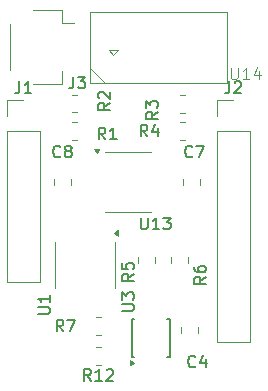
<source format=gbr>
%TF.GenerationSoftware,KiCad,Pcbnew,9.0.3*%
%TF.CreationDate,2025-12-07T20:29:13-06:00*%
%TF.ProjectId,IsolatedADSBoard,49736f6c-6174-4656-9441-4453426f6172,rev?*%
%TF.SameCoordinates,Original*%
%TF.FileFunction,Legend,Top*%
%TF.FilePolarity,Positive*%
%FSLAX46Y46*%
G04 Gerber Fmt 4.6, Leading zero omitted, Abs format (unit mm)*
G04 Created by KiCad (PCBNEW 9.0.3) date 2025-12-07 20:29:13*
%MOMM*%
%LPD*%
G01*
G04 APERTURE LIST*
%ADD10C,0.150000*%
%ADD11C,0.100000*%
%ADD12C,0.120000*%
G04 APERTURE END LIST*
D10*
X130389333Y-70304819D02*
X130056000Y-69828628D01*
X129817905Y-70304819D02*
X129817905Y-69304819D01*
X129817905Y-69304819D02*
X130198857Y-69304819D01*
X130198857Y-69304819D02*
X130294095Y-69352438D01*
X130294095Y-69352438D02*
X130341714Y-69400057D01*
X130341714Y-69400057D02*
X130389333Y-69495295D01*
X130389333Y-69495295D02*
X130389333Y-69638152D01*
X130389333Y-69638152D02*
X130341714Y-69733390D01*
X130341714Y-69733390D02*
X130294095Y-69781009D01*
X130294095Y-69781009D02*
X130198857Y-69828628D01*
X130198857Y-69828628D02*
X129817905Y-69828628D01*
X130722667Y-69304819D02*
X131389333Y-69304819D01*
X131389333Y-69304819D02*
X130960762Y-70304819D01*
X132707142Y-74494819D02*
X132373809Y-74018628D01*
X132135714Y-74494819D02*
X132135714Y-73494819D01*
X132135714Y-73494819D02*
X132516666Y-73494819D01*
X132516666Y-73494819D02*
X132611904Y-73542438D01*
X132611904Y-73542438D02*
X132659523Y-73590057D01*
X132659523Y-73590057D02*
X132707142Y-73685295D01*
X132707142Y-73685295D02*
X132707142Y-73828152D01*
X132707142Y-73828152D02*
X132659523Y-73923390D01*
X132659523Y-73923390D02*
X132611904Y-73971009D01*
X132611904Y-73971009D02*
X132516666Y-74018628D01*
X132516666Y-74018628D02*
X132135714Y-74018628D01*
X133659523Y-74494819D02*
X133088095Y-74494819D01*
X133373809Y-74494819D02*
X133373809Y-73494819D01*
X133373809Y-73494819D02*
X133278571Y-73637676D01*
X133278571Y-73637676D02*
X133183333Y-73732914D01*
X133183333Y-73732914D02*
X133088095Y-73780533D01*
X134040476Y-73590057D02*
X134088095Y-73542438D01*
X134088095Y-73542438D02*
X134183333Y-73494819D01*
X134183333Y-73494819D02*
X134421428Y-73494819D01*
X134421428Y-73494819D02*
X134516666Y-73542438D01*
X134516666Y-73542438D02*
X134564285Y-73590057D01*
X134564285Y-73590057D02*
X134611904Y-73685295D01*
X134611904Y-73685295D02*
X134611904Y-73780533D01*
X134611904Y-73780533D02*
X134564285Y-73923390D01*
X134564285Y-73923390D02*
X133992857Y-74494819D01*
X133992857Y-74494819D02*
X134611904Y-74494819D01*
X135344819Y-68579904D02*
X136154342Y-68579904D01*
X136154342Y-68579904D02*
X136249580Y-68532285D01*
X136249580Y-68532285D02*
X136297200Y-68484666D01*
X136297200Y-68484666D02*
X136344819Y-68389428D01*
X136344819Y-68389428D02*
X136344819Y-68198952D01*
X136344819Y-68198952D02*
X136297200Y-68103714D01*
X136297200Y-68103714D02*
X136249580Y-68056095D01*
X136249580Y-68056095D02*
X136154342Y-68008476D01*
X136154342Y-68008476D02*
X135344819Y-68008476D01*
X135344819Y-67627523D02*
X135344819Y-67008476D01*
X135344819Y-67008476D02*
X135725771Y-67341809D01*
X135725771Y-67341809D02*
X135725771Y-67198952D01*
X135725771Y-67198952D02*
X135773390Y-67103714D01*
X135773390Y-67103714D02*
X135821009Y-67056095D01*
X135821009Y-67056095D02*
X135916247Y-67008476D01*
X135916247Y-67008476D02*
X136154342Y-67008476D01*
X136154342Y-67008476D02*
X136249580Y-67056095D01*
X136249580Y-67056095D02*
X136297200Y-67103714D01*
X136297200Y-67103714D02*
X136344819Y-67198952D01*
X136344819Y-67198952D02*
X136344819Y-67484666D01*
X136344819Y-67484666D02*
X136297200Y-67579904D01*
X136297200Y-67579904D02*
X136249580Y-67627523D01*
D11*
X144557905Y-47971419D02*
X144557905Y-48780942D01*
X144557905Y-48780942D02*
X144605524Y-48876180D01*
X144605524Y-48876180D02*
X144653143Y-48923800D01*
X144653143Y-48923800D02*
X144748381Y-48971419D01*
X144748381Y-48971419D02*
X144938857Y-48971419D01*
X144938857Y-48971419D02*
X145034095Y-48923800D01*
X145034095Y-48923800D02*
X145081714Y-48876180D01*
X145081714Y-48876180D02*
X145129333Y-48780942D01*
X145129333Y-48780942D02*
X145129333Y-47971419D01*
X146129333Y-48971419D02*
X145557905Y-48971419D01*
X145843619Y-48971419D02*
X145843619Y-47971419D01*
X145843619Y-47971419D02*
X145748381Y-48114276D01*
X145748381Y-48114276D02*
X145653143Y-48209514D01*
X145653143Y-48209514D02*
X145557905Y-48257133D01*
X146986476Y-48304752D02*
X146986476Y-48971419D01*
X146748381Y-47923800D02*
X146510286Y-48638085D01*
X146510286Y-48638085D02*
X147129333Y-48638085D01*
D10*
X136937905Y-60668819D02*
X136937905Y-61478342D01*
X136937905Y-61478342D02*
X136985524Y-61573580D01*
X136985524Y-61573580D02*
X137033143Y-61621200D01*
X137033143Y-61621200D02*
X137128381Y-61668819D01*
X137128381Y-61668819D02*
X137318857Y-61668819D01*
X137318857Y-61668819D02*
X137414095Y-61621200D01*
X137414095Y-61621200D02*
X137461714Y-61573580D01*
X137461714Y-61573580D02*
X137509333Y-61478342D01*
X137509333Y-61478342D02*
X137509333Y-60668819D01*
X138509333Y-61668819D02*
X137937905Y-61668819D01*
X138223619Y-61668819D02*
X138223619Y-60668819D01*
X138223619Y-60668819D02*
X138128381Y-60811676D01*
X138128381Y-60811676D02*
X138033143Y-60906914D01*
X138033143Y-60906914D02*
X137937905Y-60954533D01*
X138842667Y-60668819D02*
X139461714Y-60668819D01*
X139461714Y-60668819D02*
X139128381Y-61049771D01*
X139128381Y-61049771D02*
X139271238Y-61049771D01*
X139271238Y-61049771D02*
X139366476Y-61097390D01*
X139366476Y-61097390D02*
X139414095Y-61145009D01*
X139414095Y-61145009D02*
X139461714Y-61240247D01*
X139461714Y-61240247D02*
X139461714Y-61478342D01*
X139461714Y-61478342D02*
X139414095Y-61573580D01*
X139414095Y-61573580D02*
X139366476Y-61621200D01*
X139366476Y-61621200D02*
X139271238Y-61668819D01*
X139271238Y-61668819D02*
X138985524Y-61668819D01*
X138985524Y-61668819D02*
X138890286Y-61621200D01*
X138890286Y-61621200D02*
X138842667Y-61573580D01*
X130135333Y-55477580D02*
X130087714Y-55525200D01*
X130087714Y-55525200D02*
X129944857Y-55572819D01*
X129944857Y-55572819D02*
X129849619Y-55572819D01*
X129849619Y-55572819D02*
X129706762Y-55525200D01*
X129706762Y-55525200D02*
X129611524Y-55429961D01*
X129611524Y-55429961D02*
X129563905Y-55334723D01*
X129563905Y-55334723D02*
X129516286Y-55144247D01*
X129516286Y-55144247D02*
X129516286Y-55001390D01*
X129516286Y-55001390D02*
X129563905Y-54810914D01*
X129563905Y-54810914D02*
X129611524Y-54715676D01*
X129611524Y-54715676D02*
X129706762Y-54620438D01*
X129706762Y-54620438D02*
X129849619Y-54572819D01*
X129849619Y-54572819D02*
X129944857Y-54572819D01*
X129944857Y-54572819D02*
X130087714Y-54620438D01*
X130087714Y-54620438D02*
X130135333Y-54668057D01*
X130706762Y-55001390D02*
X130611524Y-54953771D01*
X130611524Y-54953771D02*
X130563905Y-54906152D01*
X130563905Y-54906152D02*
X130516286Y-54810914D01*
X130516286Y-54810914D02*
X130516286Y-54763295D01*
X130516286Y-54763295D02*
X130563905Y-54668057D01*
X130563905Y-54668057D02*
X130611524Y-54620438D01*
X130611524Y-54620438D02*
X130706762Y-54572819D01*
X130706762Y-54572819D02*
X130897238Y-54572819D01*
X130897238Y-54572819D02*
X130992476Y-54620438D01*
X130992476Y-54620438D02*
X131040095Y-54668057D01*
X131040095Y-54668057D02*
X131087714Y-54763295D01*
X131087714Y-54763295D02*
X131087714Y-54810914D01*
X131087714Y-54810914D02*
X131040095Y-54906152D01*
X131040095Y-54906152D02*
X130992476Y-54953771D01*
X130992476Y-54953771D02*
X130897238Y-55001390D01*
X130897238Y-55001390D02*
X130706762Y-55001390D01*
X130706762Y-55001390D02*
X130611524Y-55049009D01*
X130611524Y-55049009D02*
X130563905Y-55096628D01*
X130563905Y-55096628D02*
X130516286Y-55191866D01*
X130516286Y-55191866D02*
X130516286Y-55382342D01*
X130516286Y-55382342D02*
X130563905Y-55477580D01*
X130563905Y-55477580D02*
X130611524Y-55525200D01*
X130611524Y-55525200D02*
X130706762Y-55572819D01*
X130706762Y-55572819D02*
X130897238Y-55572819D01*
X130897238Y-55572819D02*
X130992476Y-55525200D01*
X130992476Y-55525200D02*
X131040095Y-55477580D01*
X131040095Y-55477580D02*
X131087714Y-55382342D01*
X131087714Y-55382342D02*
X131087714Y-55191866D01*
X131087714Y-55191866D02*
X131040095Y-55096628D01*
X131040095Y-55096628D02*
X130992476Y-55049009D01*
X130992476Y-55049009D02*
X130897238Y-55001390D01*
X144446666Y-49144819D02*
X144446666Y-49859104D01*
X144446666Y-49859104D02*
X144399047Y-50001961D01*
X144399047Y-50001961D02*
X144303809Y-50097200D01*
X144303809Y-50097200D02*
X144160952Y-50144819D01*
X144160952Y-50144819D02*
X144065714Y-50144819D01*
X144875238Y-49240057D02*
X144922857Y-49192438D01*
X144922857Y-49192438D02*
X145018095Y-49144819D01*
X145018095Y-49144819D02*
X145256190Y-49144819D01*
X145256190Y-49144819D02*
X145351428Y-49192438D01*
X145351428Y-49192438D02*
X145399047Y-49240057D01*
X145399047Y-49240057D02*
X145446666Y-49335295D01*
X145446666Y-49335295D02*
X145446666Y-49430533D01*
X145446666Y-49430533D02*
X145399047Y-49573390D01*
X145399047Y-49573390D02*
X144827619Y-50144819D01*
X144827619Y-50144819D02*
X145446666Y-50144819D01*
X141311333Y-55477580D02*
X141263714Y-55525200D01*
X141263714Y-55525200D02*
X141120857Y-55572819D01*
X141120857Y-55572819D02*
X141025619Y-55572819D01*
X141025619Y-55572819D02*
X140882762Y-55525200D01*
X140882762Y-55525200D02*
X140787524Y-55429961D01*
X140787524Y-55429961D02*
X140739905Y-55334723D01*
X140739905Y-55334723D02*
X140692286Y-55144247D01*
X140692286Y-55144247D02*
X140692286Y-55001390D01*
X140692286Y-55001390D02*
X140739905Y-54810914D01*
X140739905Y-54810914D02*
X140787524Y-54715676D01*
X140787524Y-54715676D02*
X140882762Y-54620438D01*
X140882762Y-54620438D02*
X141025619Y-54572819D01*
X141025619Y-54572819D02*
X141120857Y-54572819D01*
X141120857Y-54572819D02*
X141263714Y-54620438D01*
X141263714Y-54620438D02*
X141311333Y-54668057D01*
X141644667Y-54572819D02*
X142311333Y-54572819D01*
X142311333Y-54572819D02*
X141882762Y-55572819D01*
X131238666Y-48730819D02*
X131238666Y-49445104D01*
X131238666Y-49445104D02*
X131191047Y-49587961D01*
X131191047Y-49587961D02*
X131095809Y-49683200D01*
X131095809Y-49683200D02*
X130952952Y-49730819D01*
X130952952Y-49730819D02*
X130857714Y-49730819D01*
X131619619Y-48730819D02*
X132238666Y-48730819D01*
X132238666Y-48730819D02*
X131905333Y-49111771D01*
X131905333Y-49111771D02*
X132048190Y-49111771D01*
X132048190Y-49111771D02*
X132143428Y-49159390D01*
X132143428Y-49159390D02*
X132191047Y-49207009D01*
X132191047Y-49207009D02*
X132238666Y-49302247D01*
X132238666Y-49302247D02*
X132238666Y-49540342D01*
X132238666Y-49540342D02*
X132191047Y-49635580D01*
X132191047Y-49635580D02*
X132143428Y-49683200D01*
X132143428Y-49683200D02*
X132048190Y-49730819D01*
X132048190Y-49730819D02*
X131762476Y-49730819D01*
X131762476Y-49730819D02*
X131667238Y-49683200D01*
X131667238Y-49683200D02*
X131619619Y-49635580D01*
X141565333Y-73257580D02*
X141517714Y-73305200D01*
X141517714Y-73305200D02*
X141374857Y-73352819D01*
X141374857Y-73352819D02*
X141279619Y-73352819D01*
X141279619Y-73352819D02*
X141136762Y-73305200D01*
X141136762Y-73305200D02*
X141041524Y-73209961D01*
X141041524Y-73209961D02*
X140993905Y-73114723D01*
X140993905Y-73114723D02*
X140946286Y-72924247D01*
X140946286Y-72924247D02*
X140946286Y-72781390D01*
X140946286Y-72781390D02*
X140993905Y-72590914D01*
X140993905Y-72590914D02*
X141041524Y-72495676D01*
X141041524Y-72495676D02*
X141136762Y-72400438D01*
X141136762Y-72400438D02*
X141279619Y-72352819D01*
X141279619Y-72352819D02*
X141374857Y-72352819D01*
X141374857Y-72352819D02*
X141517714Y-72400438D01*
X141517714Y-72400438D02*
X141565333Y-72448057D01*
X142422476Y-72686152D02*
X142422476Y-73352819D01*
X142184381Y-72305200D02*
X141946286Y-73019485D01*
X141946286Y-73019485D02*
X142565333Y-73019485D01*
X133945333Y-54048819D02*
X133612000Y-53572628D01*
X133373905Y-54048819D02*
X133373905Y-53048819D01*
X133373905Y-53048819D02*
X133754857Y-53048819D01*
X133754857Y-53048819D02*
X133850095Y-53096438D01*
X133850095Y-53096438D02*
X133897714Y-53144057D01*
X133897714Y-53144057D02*
X133945333Y-53239295D01*
X133945333Y-53239295D02*
X133945333Y-53382152D01*
X133945333Y-53382152D02*
X133897714Y-53477390D01*
X133897714Y-53477390D02*
X133850095Y-53525009D01*
X133850095Y-53525009D02*
X133754857Y-53572628D01*
X133754857Y-53572628D02*
X133373905Y-53572628D01*
X134897714Y-54048819D02*
X134326286Y-54048819D01*
X134612000Y-54048819D02*
X134612000Y-53048819D01*
X134612000Y-53048819D02*
X134516762Y-53191676D01*
X134516762Y-53191676D02*
X134421524Y-53286914D01*
X134421524Y-53286914D02*
X134326286Y-53334533D01*
X138376819Y-51728666D02*
X137900628Y-52061999D01*
X138376819Y-52300094D02*
X137376819Y-52300094D01*
X137376819Y-52300094D02*
X137376819Y-51919142D01*
X137376819Y-51919142D02*
X137424438Y-51823904D01*
X137424438Y-51823904D02*
X137472057Y-51776285D01*
X137472057Y-51776285D02*
X137567295Y-51728666D01*
X137567295Y-51728666D02*
X137710152Y-51728666D01*
X137710152Y-51728666D02*
X137805390Y-51776285D01*
X137805390Y-51776285D02*
X137853009Y-51823904D01*
X137853009Y-51823904D02*
X137900628Y-51919142D01*
X137900628Y-51919142D02*
X137900628Y-52300094D01*
X137376819Y-51395332D02*
X137376819Y-50776285D01*
X137376819Y-50776285D02*
X137757771Y-51109618D01*
X137757771Y-51109618D02*
X137757771Y-50966761D01*
X137757771Y-50966761D02*
X137805390Y-50871523D01*
X137805390Y-50871523D02*
X137853009Y-50823904D01*
X137853009Y-50823904D02*
X137948247Y-50776285D01*
X137948247Y-50776285D02*
X138186342Y-50776285D01*
X138186342Y-50776285D02*
X138281580Y-50823904D01*
X138281580Y-50823904D02*
X138329200Y-50871523D01*
X138329200Y-50871523D02*
X138376819Y-50966761D01*
X138376819Y-50966761D02*
X138376819Y-51252475D01*
X138376819Y-51252475D02*
X138329200Y-51347713D01*
X138329200Y-51347713D02*
X138281580Y-51395332D01*
X142440819Y-65698666D02*
X141964628Y-66031999D01*
X142440819Y-66270094D02*
X141440819Y-66270094D01*
X141440819Y-66270094D02*
X141440819Y-65889142D01*
X141440819Y-65889142D02*
X141488438Y-65793904D01*
X141488438Y-65793904D02*
X141536057Y-65746285D01*
X141536057Y-65746285D02*
X141631295Y-65698666D01*
X141631295Y-65698666D02*
X141774152Y-65698666D01*
X141774152Y-65698666D02*
X141869390Y-65746285D01*
X141869390Y-65746285D02*
X141917009Y-65793904D01*
X141917009Y-65793904D02*
X141964628Y-65889142D01*
X141964628Y-65889142D02*
X141964628Y-66270094D01*
X141440819Y-64841523D02*
X141440819Y-65031999D01*
X141440819Y-65031999D02*
X141488438Y-65127237D01*
X141488438Y-65127237D02*
X141536057Y-65174856D01*
X141536057Y-65174856D02*
X141678914Y-65270094D01*
X141678914Y-65270094D02*
X141869390Y-65317713D01*
X141869390Y-65317713D02*
X142250342Y-65317713D01*
X142250342Y-65317713D02*
X142345580Y-65270094D01*
X142345580Y-65270094D02*
X142393200Y-65222475D01*
X142393200Y-65222475D02*
X142440819Y-65127237D01*
X142440819Y-65127237D02*
X142440819Y-64936761D01*
X142440819Y-64936761D02*
X142393200Y-64841523D01*
X142393200Y-64841523D02*
X142345580Y-64793904D01*
X142345580Y-64793904D02*
X142250342Y-64746285D01*
X142250342Y-64746285D02*
X142012247Y-64746285D01*
X142012247Y-64746285D02*
X141917009Y-64793904D01*
X141917009Y-64793904D02*
X141869390Y-64841523D01*
X141869390Y-64841523D02*
X141821771Y-64936761D01*
X141821771Y-64936761D02*
X141821771Y-65127237D01*
X141821771Y-65127237D02*
X141869390Y-65222475D01*
X141869390Y-65222475D02*
X141917009Y-65270094D01*
X141917009Y-65270094D02*
X142012247Y-65317713D01*
X137501333Y-53794819D02*
X137168000Y-53318628D01*
X136929905Y-53794819D02*
X136929905Y-52794819D01*
X136929905Y-52794819D02*
X137310857Y-52794819D01*
X137310857Y-52794819D02*
X137406095Y-52842438D01*
X137406095Y-52842438D02*
X137453714Y-52890057D01*
X137453714Y-52890057D02*
X137501333Y-52985295D01*
X137501333Y-52985295D02*
X137501333Y-53128152D01*
X137501333Y-53128152D02*
X137453714Y-53223390D01*
X137453714Y-53223390D02*
X137406095Y-53271009D01*
X137406095Y-53271009D02*
X137310857Y-53318628D01*
X137310857Y-53318628D02*
X136929905Y-53318628D01*
X138358476Y-53128152D02*
X138358476Y-53794819D01*
X138120381Y-52747200D02*
X137882286Y-53461485D01*
X137882286Y-53461485D02*
X138501333Y-53461485D01*
X126666666Y-49144819D02*
X126666666Y-49859104D01*
X126666666Y-49859104D02*
X126619047Y-50001961D01*
X126619047Y-50001961D02*
X126523809Y-50097200D01*
X126523809Y-50097200D02*
X126380952Y-50144819D01*
X126380952Y-50144819D02*
X126285714Y-50144819D01*
X127666666Y-50144819D02*
X127095238Y-50144819D01*
X127380952Y-50144819D02*
X127380952Y-49144819D01*
X127380952Y-49144819D02*
X127285714Y-49287676D01*
X127285714Y-49287676D02*
X127190476Y-49382914D01*
X127190476Y-49382914D02*
X127095238Y-49430533D01*
X136344819Y-65444666D02*
X135868628Y-65777999D01*
X136344819Y-66016094D02*
X135344819Y-66016094D01*
X135344819Y-66016094D02*
X135344819Y-65635142D01*
X135344819Y-65635142D02*
X135392438Y-65539904D01*
X135392438Y-65539904D02*
X135440057Y-65492285D01*
X135440057Y-65492285D02*
X135535295Y-65444666D01*
X135535295Y-65444666D02*
X135678152Y-65444666D01*
X135678152Y-65444666D02*
X135773390Y-65492285D01*
X135773390Y-65492285D02*
X135821009Y-65539904D01*
X135821009Y-65539904D02*
X135868628Y-65635142D01*
X135868628Y-65635142D02*
X135868628Y-66016094D01*
X135344819Y-64539904D02*
X135344819Y-65016094D01*
X135344819Y-65016094D02*
X135821009Y-65063713D01*
X135821009Y-65063713D02*
X135773390Y-65016094D01*
X135773390Y-65016094D02*
X135725771Y-64920856D01*
X135725771Y-64920856D02*
X135725771Y-64682761D01*
X135725771Y-64682761D02*
X135773390Y-64587523D01*
X135773390Y-64587523D02*
X135821009Y-64539904D01*
X135821009Y-64539904D02*
X135916247Y-64492285D01*
X135916247Y-64492285D02*
X136154342Y-64492285D01*
X136154342Y-64492285D02*
X136249580Y-64539904D01*
X136249580Y-64539904D02*
X136297200Y-64587523D01*
X136297200Y-64587523D02*
X136344819Y-64682761D01*
X136344819Y-64682761D02*
X136344819Y-64920856D01*
X136344819Y-64920856D02*
X136297200Y-65016094D01*
X136297200Y-65016094D02*
X136249580Y-65063713D01*
X134312819Y-50966666D02*
X133836628Y-51299999D01*
X134312819Y-51538094D02*
X133312819Y-51538094D01*
X133312819Y-51538094D02*
X133312819Y-51157142D01*
X133312819Y-51157142D02*
X133360438Y-51061904D01*
X133360438Y-51061904D02*
X133408057Y-51014285D01*
X133408057Y-51014285D02*
X133503295Y-50966666D01*
X133503295Y-50966666D02*
X133646152Y-50966666D01*
X133646152Y-50966666D02*
X133741390Y-51014285D01*
X133741390Y-51014285D02*
X133789009Y-51061904D01*
X133789009Y-51061904D02*
X133836628Y-51157142D01*
X133836628Y-51157142D02*
X133836628Y-51538094D01*
X133408057Y-50585713D02*
X133360438Y-50538094D01*
X133360438Y-50538094D02*
X133312819Y-50442856D01*
X133312819Y-50442856D02*
X133312819Y-50204761D01*
X133312819Y-50204761D02*
X133360438Y-50109523D01*
X133360438Y-50109523D02*
X133408057Y-50061904D01*
X133408057Y-50061904D02*
X133503295Y-50014285D01*
X133503295Y-50014285D02*
X133598533Y-50014285D01*
X133598533Y-50014285D02*
X133741390Y-50061904D01*
X133741390Y-50061904D02*
X134312819Y-50633332D01*
X134312819Y-50633332D02*
X134312819Y-50014285D01*
X128232819Y-68833904D02*
X129042342Y-68833904D01*
X129042342Y-68833904D02*
X129137580Y-68786285D01*
X129137580Y-68786285D02*
X129185200Y-68738666D01*
X129185200Y-68738666D02*
X129232819Y-68643428D01*
X129232819Y-68643428D02*
X129232819Y-68452952D01*
X129232819Y-68452952D02*
X129185200Y-68357714D01*
X129185200Y-68357714D02*
X129137580Y-68310095D01*
X129137580Y-68310095D02*
X129042342Y-68262476D01*
X129042342Y-68262476D02*
X128232819Y-68262476D01*
X129232819Y-67262476D02*
X129232819Y-67833904D01*
X129232819Y-67548190D02*
X128232819Y-67548190D01*
X128232819Y-67548190D02*
X128375676Y-67643428D01*
X128375676Y-67643428D02*
X128470914Y-67738666D01*
X128470914Y-67738666D02*
X128518533Y-67833904D01*
D12*
%TO.C,R7*%
X133122936Y-69115000D02*
X133577064Y-69115000D01*
X133122936Y-70585000D02*
X133577064Y-70585000D01*
%TO.C,R12*%
X133577064Y-71655000D02*
X133122936Y-71655000D01*
X133577064Y-73125000D02*
X133122936Y-73125000D01*
D10*
%TO.C,U3*%
X136170000Y-69227000D02*
X136395000Y-69227000D01*
X136170000Y-72477000D02*
X136170000Y-69227000D01*
X136170000Y-72477000D02*
X136395000Y-72477000D01*
X139420000Y-69227000D02*
X139195000Y-69227000D01*
X139420000Y-72477000D02*
X139195000Y-72477000D01*
X139420000Y-72477000D02*
X139420000Y-69227000D01*
D12*
X136395000Y-72952000D02*
X136065000Y-73192000D01*
X136065000Y-72712000D01*
X136395000Y-72952000D01*
G36*
X136395000Y-72952000D02*
G01*
X136065000Y-73192000D01*
X136065000Y-72712000D01*
X136395000Y-72952000D01*
G37*
D11*
%TO.C,U14*%
X132630000Y-48006000D02*
X133900000Y-49276000D01*
X134210947Y-46518423D02*
X134972947Y-46518423D01*
X134617347Y-46924823D02*
X134210947Y-46518423D01*
X134617347Y-46924823D02*
X135023747Y-46518423D01*
X134972947Y-46518423D02*
X135023747Y-46518423D01*
X132630000Y-43276000D02*
X144230000Y-43276000D01*
X144230000Y-49276000D01*
X132630000Y-49276000D01*
X132630000Y-43276000D01*
D12*
%TO.C,U13*%
X135890000Y-55098000D02*
X133940000Y-55098000D01*
X135890000Y-55098000D02*
X137840000Y-55098000D01*
X135890000Y-60218000D02*
X133940000Y-60218000D01*
X135890000Y-60218000D02*
X137840000Y-60218000D01*
X133190000Y-55193000D02*
X132950000Y-54863000D01*
X133430000Y-54863000D01*
X133190000Y-55193000D01*
G36*
X133190000Y-55193000D02*
G01*
X132950000Y-54863000D01*
X133430000Y-54863000D01*
X133190000Y-55193000D01*
G37*
%TO.C,C8*%
X129567000Y-57396748D02*
X129567000Y-57919252D01*
X131037000Y-57396748D02*
X131037000Y-57919252D01*
%TO.C,J2*%
X143400000Y-50690000D02*
X144780000Y-50690000D01*
X143400000Y-52070000D02*
X143400000Y-50690000D01*
X143400000Y-53340000D02*
X143400000Y-71230000D01*
X143400000Y-53340000D02*
X146160000Y-53340000D01*
X143400000Y-71230000D02*
X146160000Y-71230000D01*
X146160000Y-53340000D02*
X146160000Y-71230000D01*
%TO.C,C7*%
X140489000Y-57396748D02*
X140489000Y-57919252D01*
X141959000Y-57396748D02*
X141959000Y-57919252D01*
%TO.C,J3*%
X125839000Y-44288000D02*
X125839000Y-48168000D01*
X127809000Y-43118000D02*
X130309000Y-43118000D01*
X127809000Y-49338000D02*
X130309000Y-49338000D01*
X130309000Y-43118000D02*
X130309000Y-44168000D01*
X130309000Y-44168000D02*
X131299000Y-44168000D01*
X130309000Y-49338000D02*
X130309000Y-48288000D01*
%TO.C,C4*%
X140346000Y-70487252D02*
X140346000Y-69964748D01*
X141816000Y-70487252D02*
X141816000Y-69964748D01*
%TO.C,R1*%
X131090936Y-52605000D02*
X131545064Y-52605000D01*
X131090936Y-54075000D02*
X131545064Y-54075000D01*
%TO.C,R3*%
X140689064Y-50319000D02*
X140234936Y-50319000D01*
X140689064Y-51789000D02*
X140234936Y-51789000D01*
%TO.C,R6*%
X139473000Y-64034936D02*
X139473000Y-64489064D01*
X140943000Y-64034936D02*
X140943000Y-64489064D01*
%TO.C,R4*%
X140689064Y-52605000D02*
X140234936Y-52605000D01*
X140689064Y-54075000D02*
X140234936Y-54075000D01*
%TO.C,J1*%
X125620000Y-50690000D02*
X127000000Y-50690000D01*
X125620000Y-52070000D02*
X125620000Y-50690000D01*
X125620000Y-53340000D02*
X125620000Y-66150000D01*
X125620000Y-53340000D02*
X128380000Y-53340000D01*
X125620000Y-66150000D02*
X128380000Y-66150000D01*
X128380000Y-53340000D02*
X128380000Y-66150000D01*
%TO.C,R5*%
X136679000Y-64034936D02*
X136679000Y-64489064D01*
X138149000Y-64034936D02*
X138149000Y-64489064D01*
%TO.C,R2*%
X131090936Y-50301000D02*
X131545064Y-50301000D01*
X131090936Y-51771000D02*
X131545064Y-51771000D01*
%TO.C,U1*%
X129647000Y-64705000D02*
X129647000Y-62755000D01*
X129647000Y-64705000D02*
X129647000Y-66655000D01*
X134767000Y-64705000D02*
X134767000Y-62755000D01*
X134767000Y-64705000D02*
X134767000Y-66655000D01*
X135002000Y-62245000D02*
X134672000Y-62005000D01*
X135002000Y-61765000D01*
X135002000Y-62245000D01*
G36*
X135002000Y-62245000D02*
G01*
X134672000Y-62005000D01*
X135002000Y-61765000D01*
X135002000Y-62245000D01*
G37*
%TD*%
M02*

</source>
